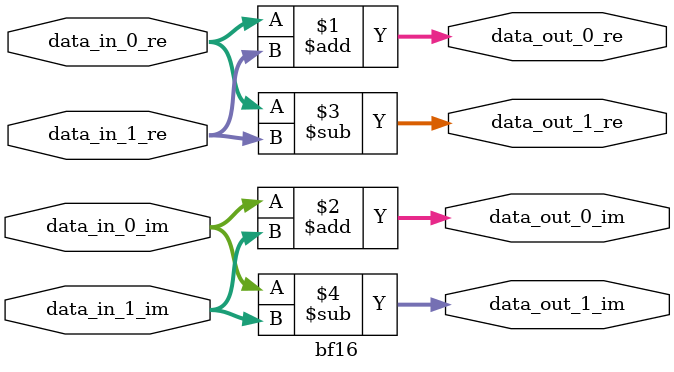
<source format=v>
`timescale 1ns/100ps
module bf16 #(parameter WIDTH = 13)(
	input  [WIDTH-1:0] data_in_0_re,
	input  [WIDTH-1:0] data_in_0_im,
	input  [WIDTH-1:0] data_in_1_re,
	input  [WIDTH-1:0] data_in_1_im,
	output [WIDTH-1:0] data_out_0_re,
	output [WIDTH-1:0] data_out_0_im,
	output [WIDTH-1:0] data_out_1_re,
	output [WIDTH-1:0] data_out_1_im
);

assign data_out_0_re = data_in_0_re + data_in_1_re;
assign data_out_0_im = data_in_0_im + data_in_1_im;
assign data_out_1_re = data_in_0_re - data_in_1_re;
assign data_out_1_im = data_in_0_im - data_in_1_im;

endmodule
</source>
